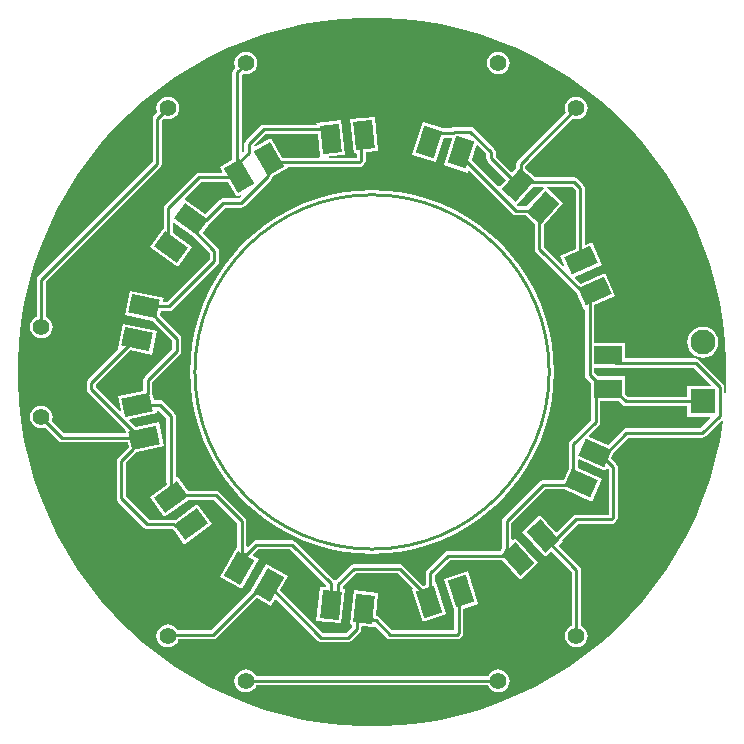
<source format=gtl>
G04*
G04 #@! TF.GenerationSoftware,Altium Limited,Altium Designer,20.0.10 (225)*
G04*
G04 Layer_Physical_Order=1*
G04 Layer_Color=255*
%FSLAX25Y25*%
%MOIN*%
G70*
G01*
G75*
%ADD12C,0.01000*%
G04:AMPARAMS|DCode=13|XSize=62.99mil|YSize=94.49mil|CornerRadius=0mil|HoleSize=0mil|Usage=FLASHONLY|Rotation=114.000|XOffset=0mil|YOffset=0mil|HoleType=Round|Shape=Rectangle|*
%AMROTATEDRECTD13*
4,1,4,0.05597,-0.00956,-0.03035,-0.04799,-0.05597,0.00956,0.03035,0.04799,0.05597,-0.00956,0.0*
%
%ADD13ROTATEDRECTD13*%

%ADD14R,0.09449X0.06299*%
G04:AMPARAMS|DCode=15|XSize=62.99mil|YSize=94.49mil|CornerRadius=0mil|HoleSize=0mil|Usage=FLASHONLY|Rotation=66.000|XOffset=0mil|YOffset=0mil|HoleType=Round|Shape=Rectangle|*
%AMROTATEDRECTD15*
4,1,4,0.03035,-0.04799,-0.05597,-0.00956,-0.03035,0.04799,0.05597,0.00956,0.03035,-0.04799,0.0*
%
%ADD15ROTATEDRECTD15*%

G04:AMPARAMS|DCode=16|XSize=62.99mil|YSize=94.49mil|CornerRadius=0mil|HoleSize=0mil|Usage=FLASHONLY|Rotation=42.000|XOffset=0mil|YOffset=0mil|HoleType=Round|Shape=Rectangle|*
%AMROTATEDRECTD16*
4,1,4,0.00821,-0.05618,-0.05502,0.01403,-0.00821,0.05618,0.05502,-0.01403,0.00821,-0.05618,0.0*
%
%ADD16ROTATEDRECTD16*%

G04:AMPARAMS|DCode=17|XSize=62.99mil|YSize=94.49mil|CornerRadius=0mil|HoleSize=0mil|Usage=FLASHONLY|Rotation=18.000|XOffset=0mil|YOffset=0mil|HoleType=Round|Shape=Rectangle|*
%AMROTATEDRECTD17*
4,1,4,-0.01536,-0.05467,-0.04455,0.03520,0.01536,0.05467,0.04455,-0.03520,-0.01536,-0.05467,0.0*
%
%ADD17ROTATEDRECTD17*%

G04:AMPARAMS|DCode=18|XSize=62.99mil|YSize=94.49mil|CornerRadius=0mil|HoleSize=0mil|Usage=FLASHONLY|Rotation=354.000|XOffset=0mil|YOffset=0mil|HoleType=Round|Shape=Rectangle|*
%AMROTATEDRECTD18*
4,1,4,-0.03626,-0.04369,-0.02639,0.05028,0.03626,0.04369,0.02639,-0.05028,-0.03626,-0.04369,0.0*
%
%ADD18ROTATEDRECTD18*%

G04:AMPARAMS|DCode=19|XSize=62.99mil|YSize=94.49mil|CornerRadius=0mil|HoleSize=0mil|Usage=FLASHONLY|Rotation=330.000|XOffset=0mil|YOffset=0mil|HoleType=Round|Shape=Rectangle|*
%AMROTATEDRECTD19*
4,1,4,-0.05090,-0.02517,-0.00365,0.05666,0.05090,0.02517,0.00365,-0.05666,-0.05090,-0.02517,0.0*
%
%ADD19ROTATEDRECTD19*%

G04:AMPARAMS|DCode=20|XSize=62.99mil|YSize=94.49mil|CornerRadius=0mil|HoleSize=0mil|Usage=FLASHONLY|Rotation=306.000|XOffset=0mil|YOffset=0mil|HoleType=Round|Shape=Rectangle|*
%AMROTATEDRECTD20*
4,1,4,-0.05673,-0.00229,0.01971,0.05325,0.05673,0.00229,-0.01971,-0.05325,-0.05673,-0.00229,0.0*
%
%ADD20ROTATEDRECTD20*%

G04:AMPARAMS|DCode=21|XSize=62.99mil|YSize=94.49mil|CornerRadius=0mil|HoleSize=0mil|Usage=FLASHONLY|Rotation=282.000|XOffset=0mil|YOffset=0mil|HoleType=Round|Shape=Rectangle|*
%AMROTATEDRECTD21*
4,1,4,-0.05276,0.02099,0.03966,0.04063,0.05276,-0.02099,-0.03966,-0.04063,-0.05276,0.02099,0.0*
%
%ADD21ROTATEDRECTD21*%

G04:AMPARAMS|DCode=22|XSize=62.99mil|YSize=94.49mil|CornerRadius=0mil|HoleSize=0mil|Usage=FLASHONLY|Rotation=258.000|XOffset=0mil|YOffset=0mil|HoleType=Round|Shape=Rectangle|*
%AMROTATEDRECTD22*
4,1,4,-0.03966,0.04063,0.05276,0.02099,0.03966,-0.04063,-0.05276,-0.02099,-0.03966,0.04063,0.0*
%
%ADD22ROTATEDRECTD22*%

G04:AMPARAMS|DCode=23|XSize=62.99mil|YSize=94.49mil|CornerRadius=0mil|HoleSize=0mil|Usage=FLASHONLY|Rotation=234.000|XOffset=0mil|YOffset=0mil|HoleType=Round|Shape=Rectangle|*
%AMROTATEDRECTD23*
4,1,4,-0.01971,0.05325,0.05673,-0.00229,0.01971,-0.05325,-0.05673,0.00229,-0.01971,0.05325,0.0*
%
%ADD23ROTATEDRECTD23*%

G04:AMPARAMS|DCode=24|XSize=62.99mil|YSize=94.49mil|CornerRadius=0mil|HoleSize=0mil|Usage=FLASHONLY|Rotation=210.000|XOffset=0mil|YOffset=0mil|HoleType=Round|Shape=Rectangle|*
%AMROTATEDRECTD24*
4,1,4,0.00365,0.05666,0.05090,-0.02517,-0.00365,-0.05666,-0.05090,0.02517,0.00365,0.05666,0.0*
%
%ADD24ROTATEDRECTD24*%

G04:AMPARAMS|DCode=25|XSize=62.99mil|YSize=94.49mil|CornerRadius=0mil|HoleSize=0mil|Usage=FLASHONLY|Rotation=186.000|XOffset=0mil|YOffset=0mil|HoleType=Round|Shape=Rectangle|*
%AMROTATEDRECTD25*
4,1,4,0.02639,0.05028,0.03626,-0.04369,-0.02639,-0.05028,-0.03626,0.04369,0.02639,0.05028,0.0*
%
%ADD25ROTATEDRECTD25*%

G04:AMPARAMS|DCode=26|XSize=62.99mil|YSize=94.49mil|CornerRadius=0mil|HoleSize=0mil|Usage=FLASHONLY|Rotation=162.000|XOffset=0mil|YOffset=0mil|HoleType=Round|Shape=Rectangle|*
%AMROTATEDRECTD26*
4,1,4,0.04455,0.03520,0.01536,-0.05467,-0.04455,-0.03520,-0.01536,0.05467,0.04455,0.03520,0.0*
%
%ADD26ROTATEDRECTD26*%

G04:AMPARAMS|DCode=27|XSize=62.99mil|YSize=94.49mil|CornerRadius=0mil|HoleSize=0mil|Usage=FLASHONLY|Rotation=138.000|XOffset=0mil|YOffset=0mil|HoleType=Round|Shape=Rectangle|*
%AMROTATEDRECTD27*
4,1,4,0.05502,0.01403,-0.00821,-0.05618,-0.05502,-0.01403,0.00821,0.05618,0.05502,0.01403,0.0*
%
%ADD27ROTATEDRECTD27*%

%ADD46R,0.08268X0.08268*%
%ADD47C,0.08268*%
%ADD48C,0.05512*%
G36*
X128041Y235849D02*
X134627Y235107D01*
X141162Y233997D01*
X147623Y232522D01*
X153992Y230687D01*
X160248Y228498D01*
X166371Y225962D01*
X172342Y223086D01*
X178143Y219880D01*
X183755Y216354D01*
X189160Y212519D01*
X194342Y208386D01*
X199284Y203970D01*
X203970Y199284D01*
X208386Y194342D01*
X212519Y189160D01*
X216354Y183755D01*
X219880Y178143D01*
X223086Y172342D01*
X225962Y166371D01*
X228498Y160248D01*
X230687Y153992D01*
X232522Y147623D01*
X233997Y141162D01*
X235107Y134627D01*
X235849Y128041D01*
X236221Y121424D01*
Y118110D01*
Y114796D01*
X236010Y111043D01*
X235510Y111057D01*
Y113023D01*
X235393Y113608D01*
X235062Y114104D01*
X227014Y122152D01*
X226518Y122484D01*
X225932Y122600D01*
X202575D01*
Y127870D01*
X192155D01*
Y140394D01*
X199242Y143549D01*
X195867Y151131D01*
X187725Y147506D01*
X185824Y149406D01*
X185916Y149898D01*
X194678Y153799D01*
X191303Y161381D01*
X189449Y160556D01*
X189029Y160828D01*
Y179500D01*
X188913Y180085D01*
X188581Y180581D01*
X186648Y182515D01*
X186152Y182846D01*
X185567Y182963D01*
X172315D01*
X169212Y185757D01*
Y186908D01*
X184873Y202570D01*
X185238Y202418D01*
X186219Y202289D01*
X187199Y202418D01*
X188113Y202797D01*
X188898Y203399D01*
X189499Y204183D01*
X189878Y205097D01*
X190007Y206078D01*
X189878Y207058D01*
X189499Y207972D01*
X188898Y208756D01*
X188113Y209358D01*
X187199Y209737D01*
X186219Y209866D01*
X185238Y209737D01*
X184325Y209358D01*
X183540Y208756D01*
X182938Y207972D01*
X182560Y207058D01*
X182430Y206078D01*
X182560Y205097D01*
X182711Y204732D01*
X166601Y188622D01*
X166269Y188126D01*
X166153Y187541D01*
Y186053D01*
X164958Y184726D01*
X164458Y184713D01*
X159275Y189896D01*
Y191392D01*
X159159Y191977D01*
X158827Y192473D01*
X151989Y199311D01*
X151493Y199642D01*
X150908Y199759D01*
X145621D01*
X145036Y199642D01*
X144540Y199311D01*
X144508Y199279D01*
X141630D01*
X134929Y201457D01*
X131391Y190568D01*
X139284Y188004D01*
X141954Y196221D01*
X144600D01*
X144894Y195816D01*
X142062Y187101D01*
X149955Y184536D01*
X150133Y185083D01*
X150619Y185199D01*
X165082Y170736D01*
X165578Y170405D01*
X166164Y170289D01*
X169281D01*
X172384Y167494D01*
Y159155D01*
X172500Y158570D01*
X172832Y158073D01*
X186191Y144714D01*
X188783Y138892D01*
X188783D01*
X189097Y138689D01*
Y117150D01*
X189213Y116564D01*
X189544Y116068D01*
X191126Y114487D01*
Y109998D01*
X191097Y109850D01*
Y102099D01*
X184146Y95148D01*
X183815Y94652D01*
X183698Y94067D01*
Y85908D01*
X181973Y82032D01*
X175003D01*
X174417Y81916D01*
X173921Y81584D01*
X161919Y69581D01*
X161587Y69085D01*
X161471Y68500D01*
Y59633D01*
X161419Y59581D01*
X161087Y59085D01*
X160971Y58500D01*
X160485Y58424D01*
X143395D01*
X142809Y58308D01*
X142313Y57976D01*
X136419Y52081D01*
X136087Y51585D01*
X135971Y51000D01*
Y47140D01*
X135255Y46908D01*
X128581Y53581D01*
X128085Y53913D01*
X127500Y54029D01*
X112000D01*
X111415Y53913D01*
X110919Y53581D01*
X106037Y48700D01*
X105394Y48763D01*
X105382Y48781D01*
X92581Y61581D01*
X92085Y61913D01*
X91500Y62029D01*
X79500D01*
X78915Y61913D01*
X78419Y61581D01*
X76660Y59823D01*
X76198Y60014D01*
Y68331D01*
X76082Y68916D01*
X75750Y69412D01*
X67081Y78081D01*
X66585Y78413D01*
X66000Y78529D01*
X56615D01*
X53303Y83088D01*
X53085Y82931D01*
X52640Y83158D01*
Y103390D01*
X52523Y103975D01*
X52192Y104471D01*
X48355Y108308D01*
X47858Y108640D01*
X47273Y108756D01*
X45452D01*
X44920Y111257D01*
Y114757D01*
X54081Y123919D01*
X54413Y124415D01*
X54529Y125000D01*
Y129226D01*
X54413Y129811D01*
X54081Y130307D01*
X47463Y136926D01*
X47784Y138440D01*
X50469D01*
X51054Y138556D01*
X51550Y138887D01*
X66667Y154004D01*
X66999Y154500D01*
X67115Y155086D01*
Y158404D01*
X66999Y158989D01*
X66667Y159486D01*
X61600Y164553D01*
X64031Y167899D01*
X69030Y172897D01*
X74540D01*
X75125Y173014D01*
X75621Y173345D01*
X84522Y182246D01*
X84853Y182742D01*
X84961Y183283D01*
X90055Y186224D01*
Y186224D01*
X90197Y186471D01*
X113914D01*
X114499Y186587D01*
X114996Y186919D01*
X115581Y187504D01*
X115913Y188001D01*
X116029Y188586D01*
Y191309D01*
X120184Y191746D01*
X118988Y203132D01*
X110734Y202265D01*
X111931Y190879D01*
X112599Y190949D01*
X112971Y190614D01*
Y189529D01*
X103876D01*
X103850Y190029D01*
X109025Y190573D01*
X107829Y201959D01*
X99575Y201092D01*
X99595Y200901D01*
X99260Y200529D01*
X82000D01*
X81415Y200413D01*
X80919Y200081D01*
X75928Y195090D01*
X75596Y194594D01*
X75480Y194009D01*
Y191851D01*
X75086Y191457D01*
X74624Y191648D01*
Y217034D01*
X74819Y217232D01*
X75085Y217407D01*
X75982Y217289D01*
X76963Y217418D01*
X77877Y217797D01*
X78661Y218399D01*
X79263Y219183D01*
X79642Y220097D01*
X79771Y221078D01*
X79642Y222058D01*
X79263Y222972D01*
X78661Y223756D01*
X77877Y224358D01*
X76963Y224737D01*
X75982Y224866D01*
X75002Y224737D01*
X74088Y224358D01*
X73304Y223756D01*
X72702Y222972D01*
X72323Y222058D01*
X72194Y221078D01*
X72323Y220097D01*
X72545Y219561D01*
X72013Y219029D01*
X71681Y218532D01*
X71565Y217947D01*
Y188768D01*
X67426Y186379D01*
X68212Y185017D01*
X67962Y184584D01*
X60554D01*
X59969Y184467D01*
X59473Y184136D01*
X49103Y173766D01*
X48772Y173270D01*
X48656Y172685D01*
Y166214D01*
X44040Y159861D01*
X53303Y153132D01*
X58181Y159846D01*
X51714Y164544D01*
Y167604D01*
X52160Y167832D01*
X58873Y162954D01*
X64056Y157771D01*
Y155719D01*
X49835Y141498D01*
X48832D01*
X48517Y141887D01*
X48719Y142838D01*
X37521Y145218D01*
X35795Y137100D01*
X44912Y135162D01*
X44935Y135128D01*
X51471Y128593D01*
Y125634D01*
X42309Y116472D01*
X41978Y115976D01*
X41861Y115391D01*
Y111881D01*
X33462Y110096D01*
X34465Y105376D01*
X34026Y105137D01*
X26029Y113134D01*
Y113866D01*
X37442Y125279D01*
X44661Y123744D01*
X46386Y131862D01*
X35188Y134243D01*
X33462Y126125D01*
X33462D01*
X33576Y125739D01*
X23419Y115581D01*
X23087Y115085D01*
X22971Y114500D01*
Y112501D01*
X23087Y111915D01*
X23419Y111419D01*
X35816Y99022D01*
X35997Y98170D01*
X35682Y97781D01*
X15366D01*
X11382Y101765D01*
X11533Y102130D01*
X11662Y103110D01*
X11533Y104091D01*
X11155Y105004D01*
X10553Y105789D01*
X9768Y106391D01*
X8855Y106770D01*
X7874Y106899D01*
X6893Y106770D01*
X5980Y106391D01*
X5195Y105789D01*
X4593Y105004D01*
X4215Y104091D01*
X4086Y103110D01*
X4215Y102130D01*
X4593Y101216D01*
X5195Y100432D01*
X5980Y99830D01*
X6893Y99451D01*
X7874Y99322D01*
X8855Y99451D01*
X9219Y99602D01*
X13651Y95170D01*
X14147Y94839D01*
X14733Y94722D01*
X36730D01*
X37052Y93209D01*
X33419Y89576D01*
X33087Y89080D01*
X32971Y88494D01*
Y76000D01*
X33087Y75415D01*
X33419Y74919D01*
X42129Y66208D01*
X42626Y65876D01*
X43211Y65760D01*
X51469D01*
X51947Y65440D01*
X51978Y65434D01*
X55514Y60567D01*
X64776Y67297D01*
X59898Y74011D01*
X52610Y68716D01*
X52096Y68818D01*
X43844D01*
X36029Y76634D01*
Y87861D01*
X39579Y91411D01*
X39602Y91445D01*
X48719Y93383D01*
X46994Y101501D01*
X39298Y99865D01*
X37206Y101957D01*
X37348Y102437D01*
X46386Y104358D01*
X46269Y104910D01*
X46666Y105423D01*
X46903Y105434D01*
X49581Y102756D01*
Y81279D01*
X49669Y80839D01*
Y80448D01*
X44040Y76359D01*
X48918Y69645D01*
X56937Y75471D01*
X65367D01*
X73140Y67698D01*
Y59738D01*
X67426Y49842D01*
X74613Y45692D01*
X80337Y55607D01*
X78431Y56708D01*
X78366Y57203D01*
X80133Y58971D01*
X90867D01*
X102696Y47142D01*
X102688Y46713D01*
X102286Y46356D01*
X100772Y46515D01*
X99575Y35129D01*
X107829Y34261D01*
X109025Y45647D01*
X108297Y45724D01*
Y46634D01*
X112634Y50971D01*
X126866D01*
X131652Y46185D01*
X131535Y45699D01*
X131391Y45652D01*
X134929Y34764D01*
X142822Y37328D01*
X139284Y48217D01*
X139284D01*
X139029Y48402D01*
Y50366D01*
X144028Y55365D01*
X161473D01*
X167375Y48810D01*
X173543Y54364D01*
X165882Y62872D01*
X164986Y62065D01*
X164529Y62269D01*
Y67866D01*
X175636Y78973D01*
X182018D01*
X191303Y74839D01*
X194678Y82421D01*
X186757Y85948D01*
Y88687D01*
X187177Y88959D01*
X195867Y85090D01*
X196159Y85747D01*
X196700Y85861D01*
X196971Y85624D01*
Y70529D01*
X186117D01*
X185532Y70413D01*
X185035Y70081D01*
X179743Y64789D01*
X179243Y64802D01*
X174220Y70380D01*
X168053Y64826D01*
X175714Y56318D01*
X177882Y58271D01*
X184689Y51464D01*
Y33575D01*
X184325Y33424D01*
X183540Y32822D01*
X182938Y32037D01*
X182560Y31123D01*
X182430Y30143D01*
X182560Y29162D01*
X182938Y28249D01*
X183540Y27464D01*
X184325Y26862D01*
X185238Y26484D01*
X186219Y26355D01*
X187199Y26484D01*
X188113Y26862D01*
X188898Y27464D01*
X189499Y28249D01*
X189878Y29162D01*
X190007Y30143D01*
X189878Y31123D01*
X189499Y32037D01*
X188898Y32822D01*
X188113Y33424D01*
X187748Y33575D01*
Y52097D01*
X187632Y52682D01*
X187300Y53179D01*
X180415Y60063D01*
X180428Y60563D01*
X181881Y61871D01*
X181535Y62256D01*
X186750Y67471D01*
X197914D01*
X198500Y67587D01*
X198996Y67919D01*
X199581Y68504D01*
X199913Y69001D01*
X200029Y69586D01*
Y86414D01*
X199913Y86999D01*
X199581Y87496D01*
X197752Y89325D01*
X198727Y91514D01*
X203419Y96206D01*
X228203D01*
X228788Y96322D01*
X229284Y96654D01*
X234652Y102021D01*
X235129Y101791D01*
X235107Y101593D01*
X233997Y95059D01*
X232522Y88598D01*
X230687Y82229D01*
X228498Y75973D01*
X225962Y69850D01*
X223086Y63878D01*
X219880Y58078D01*
X216354Y52466D01*
X212519Y47061D01*
X208386Y41879D01*
X203970Y36937D01*
X199284Y32250D01*
X194342Y27834D01*
X189160Y23702D01*
X183755Y19866D01*
X178143Y16340D01*
X172342Y13134D01*
X166371Y10259D01*
X160248Y7722D01*
X153992Y5533D01*
X147623Y3699D01*
X141162Y2224D01*
X134627Y1114D01*
X128041Y372D01*
X121424Y0D01*
X114796D01*
X108179Y372D01*
X101593Y1114D01*
X95059Y2224D01*
X88598Y3699D01*
X82229Y5533D01*
X75973Y7722D01*
X69850Y10259D01*
X63878Y13134D01*
X58078Y16340D01*
X52466Y19866D01*
X47061Y23702D01*
X41879Y27834D01*
X36937Y32250D01*
X32250Y36937D01*
X27834Y41879D01*
X23702Y47061D01*
X19866Y52466D01*
X16340Y58078D01*
X13134Y63878D01*
X10259Y69850D01*
X7722Y75973D01*
X5533Y82229D01*
X3699Y88598D01*
X2224Y95059D01*
X1114Y101593D01*
X372Y108179D01*
X0Y114796D01*
Y118110D01*
Y121424D01*
X372Y128041D01*
X1114Y134627D01*
X2224Y141162D01*
X3699Y147623D01*
X5533Y153992D01*
X7722Y160248D01*
X10259Y166371D01*
X13134Y172342D01*
X16340Y178143D01*
X19866Y183755D01*
X23702Y189160D01*
X27834Y194342D01*
X32250Y199284D01*
X36937Y203970D01*
X41879Y208386D01*
X47061Y212519D01*
X52466Y216354D01*
X58078Y219880D01*
X63878Y223086D01*
X69850Y225962D01*
X75973Y228498D01*
X82229Y230687D01*
X88598Y232522D01*
X95059Y233997D01*
X101593Y235107D01*
X108179Y235849D01*
X114796Y236221D01*
X121424D01*
X128041Y235849D01*
D02*
G37*
G36*
X100738Y190029D02*
X100342Y189529D01*
X88146D01*
X84330Y196139D01*
X79409Y193297D01*
X78870Y193563D01*
X78853Y193690D01*
X82634Y197471D01*
X99955D01*
X100738Y190029D01*
D02*
G37*
G36*
X156216Y190758D02*
Y189262D01*
X156333Y188677D01*
X156664Y188181D01*
X162665Y182180D01*
X160681Y179976D01*
X160181Y179963D01*
X151342Y188803D01*
X152869Y193503D01*
X153355Y193620D01*
X156216Y190758D01*
D02*
G37*
G36*
X175265Y179404D02*
X169811Y173347D01*
X166797D01*
X166315Y173830D01*
X171784Y179904D01*
X175042D01*
X175265Y179404D01*
D02*
G37*
G36*
X73150Y176464D02*
X74482Y177233D01*
X74787Y176836D01*
X73906Y175956D01*
X68396D01*
X67811Y175840D01*
X67315Y175508D01*
X62433Y170626D01*
X55809Y175439D01*
X55737Y176075D01*
X61188Y181525D01*
X70228D01*
X73150Y176464D01*
D02*
G37*
G36*
X185971Y178867D02*
Y159007D01*
X180844Y156725D01*
X182162Y153764D01*
X181750Y153481D01*
X175443Y159788D01*
Y167198D01*
X181881Y174349D01*
X176267Y179404D01*
X176459Y179904D01*
X184933D01*
X185971Y178867D01*
D02*
G37*
G36*
X199500Y119542D02*
X225299D01*
X230977Y113864D01*
X230785Y113402D01*
X223213D01*
Y109797D01*
X203291D01*
X202575Y110513D01*
Y116650D01*
X193289D01*
X192155Y117783D01*
Y119571D01*
X199352D01*
X199500Y119542D01*
D02*
G37*
G36*
X201576Y107186D02*
X202072Y106855D01*
X202658Y106738D01*
X223213D01*
Y103134D01*
X230785D01*
X230977Y102672D01*
X227569Y99264D01*
X202785D01*
X202200Y99148D01*
X201704Y98817D01*
X196693Y93806D01*
X190479Y96573D01*
X190388Y97065D01*
X193707Y100384D01*
X194039Y100880D01*
X194155Y101465D01*
Y108350D01*
X200412D01*
X201576Y107186D01*
D02*
G37*
%LPC*%
G36*
X160238Y224866D02*
X159257Y224737D01*
X158344Y224358D01*
X157559Y223756D01*
X156957Y222972D01*
X156579Y222058D01*
X156450Y221078D01*
X156579Y220097D01*
X156957Y219183D01*
X157559Y218399D01*
X158344Y217797D01*
X159257Y217418D01*
X160238Y217289D01*
X161219Y217418D01*
X162132Y217797D01*
X162917Y218399D01*
X163519Y219183D01*
X163897Y220097D01*
X164026Y221078D01*
X163897Y222058D01*
X163519Y222972D01*
X162917Y223756D01*
X162132Y224358D01*
X161219Y224737D01*
X160238Y224866D01*
D02*
G37*
G36*
X50002Y209866D02*
X49021Y209737D01*
X48108Y209358D01*
X47323Y208756D01*
X46721Y207972D01*
X46343Y207058D01*
X46213Y206078D01*
X46343Y205097D01*
X46494Y204732D01*
X45419Y203657D01*
X45087Y203161D01*
X44971Y202576D01*
Y188134D01*
X6793Y149955D01*
X6461Y149459D01*
X6345Y148874D01*
Y136542D01*
X5980Y136391D01*
X5195Y135789D01*
X4593Y135004D01*
X4215Y134091D01*
X4086Y133110D01*
X4215Y132130D01*
X4593Y131216D01*
X5195Y130431D01*
X5980Y129830D01*
X6893Y129451D01*
X7874Y129322D01*
X8855Y129451D01*
X9768Y129830D01*
X10553Y130431D01*
X11155Y131216D01*
X11533Y132130D01*
X11662Y133110D01*
X11533Y134091D01*
X11155Y135004D01*
X10553Y135789D01*
X9768Y136391D01*
X9403Y136542D01*
Y148240D01*
X47581Y186419D01*
X47913Y186915D01*
X48029Y187500D01*
Y201942D01*
X48656Y202570D01*
X49021Y202418D01*
X50002Y202289D01*
X50982Y202418D01*
X51896Y202797D01*
X52680Y203399D01*
X53282Y204183D01*
X53661Y205097D01*
X53790Y206078D01*
X53661Y207058D01*
X53282Y207972D01*
X52680Y208756D01*
X51896Y209358D01*
X50982Y209737D01*
X50002Y209866D01*
D02*
G37*
G36*
X228346Y133131D02*
X227006Y132955D01*
X225757Y132437D01*
X224685Y131614D01*
X223862Y130542D01*
X223345Y129293D01*
X223168Y127953D01*
X223345Y126613D01*
X223862Y125364D01*
X224685Y124291D01*
X225757Y123468D01*
X227006Y122951D01*
X228346Y122775D01*
X229687Y122951D01*
X230936Y123468D01*
X232008Y124291D01*
X232831Y125364D01*
X233348Y126613D01*
X233525Y127953D01*
X233348Y129293D01*
X232831Y130542D01*
X232008Y131614D01*
X230936Y132437D01*
X229687Y132955D01*
X228346Y133131D01*
D02*
G37*
G36*
X118110Y178712D02*
X113356Y178525D01*
X108630Y177966D01*
X103963Y177038D01*
X99383Y175746D01*
X94919Y174099D01*
X90598Y172107D01*
X86446Y169782D01*
X82489Y167138D01*
X78752Y164192D01*
X75258Y160962D01*
X72028Y157468D01*
X69082Y153731D01*
X66439Y149775D01*
X64114Y145623D01*
X62121Y141302D01*
X60474Y136837D01*
X59183Y132257D01*
X58254Y127591D01*
X57695Y122865D01*
X57508Y118110D01*
X57695Y113356D01*
X58254Y108630D01*
X59183Y103963D01*
X60474Y99383D01*
X62121Y94919D01*
X64114Y90598D01*
X66439Y86446D01*
X69082Y82489D01*
X72028Y78752D01*
X75258Y75258D01*
X78752Y72028D01*
X82489Y69082D01*
X86446Y66439D01*
X90598Y64114D01*
X94919Y62121D01*
X99383Y60474D01*
X103963Y59183D01*
X108630Y58254D01*
X113356Y57695D01*
X118110Y57508D01*
X122865Y57695D01*
X127591Y58254D01*
X132257Y59183D01*
X136837Y60474D01*
X141302Y62121D01*
X145623Y64114D01*
X149775Y66439D01*
X153731Y69082D01*
X157468Y72028D01*
X160962Y75258D01*
X164192Y78752D01*
X167138Y82489D01*
X169782Y86446D01*
X172107Y90598D01*
X174099Y94919D01*
X175746Y99383D01*
X177038Y103963D01*
X177966Y108630D01*
X178525Y113356D01*
X178712Y118110D01*
X178525Y122865D01*
X177966Y127591D01*
X177038Y132257D01*
X175746Y136837D01*
X174099Y141302D01*
X172107Y145623D01*
X169782Y149775D01*
X167138Y153731D01*
X164192Y157468D01*
X160962Y160962D01*
X157468Y164192D01*
X153731Y167138D01*
X149775Y169782D01*
X145623Y172107D01*
X141302Y174099D01*
X136837Y175746D01*
X132257Y177038D01*
X127591Y177966D01*
X122865Y178525D01*
X118110Y178712D01*
D02*
G37*
G36*
X82867Y54146D02*
X77766Y45310D01*
X64485Y32029D01*
X53286D01*
X53282Y32037D01*
X52680Y32822D01*
X51896Y33424D01*
X50982Y33802D01*
X50002Y33931D01*
X49021Y33802D01*
X48108Y33424D01*
X47323Y32822D01*
X46721Y32037D01*
X46343Y31123D01*
X46213Y30143D01*
X46343Y29162D01*
X46721Y28249D01*
X47323Y27464D01*
X48108Y26862D01*
X49021Y26484D01*
X50002Y26355D01*
X50982Y26484D01*
X51896Y26862D01*
X52680Y27464D01*
X53282Y28249D01*
X53582Y28971D01*
X65118D01*
X65704Y29087D01*
X66200Y29419D01*
X79596Y42815D01*
X84330Y40082D01*
X85640Y42350D01*
X86135Y42415D01*
X100131Y28418D01*
X100628Y28087D01*
X101213Y27971D01*
X110000D01*
X110585Y28087D01*
X111081Y28419D01*
X114073Y31410D01*
X114404Y31906D01*
X114521Y32491D01*
Y33184D01*
X114892Y33519D01*
X118988Y33088D01*
Y33088D01*
X119309Y33202D01*
X123093Y29419D01*
X123589Y29087D01*
X124174Y28971D01*
X146414D01*
X147000Y29087D01*
X147496Y29419D01*
X148081Y30004D01*
X148413Y30501D01*
X148529Y31086D01*
Y39183D01*
X153493Y40796D01*
X149955Y51684D01*
X142062Y49119D01*
X145471Y38630D01*
Y32029D01*
X124808D01*
X120374Y36463D01*
X119877Y36795D01*
X119387Y36892D01*
X120184Y44474D01*
X111931Y45342D01*
X110734Y33956D01*
X111462Y33879D01*
Y33125D01*
X109367Y31029D01*
X101846D01*
X87428Y45448D01*
X90055Y49997D01*
X82867Y54146D01*
D02*
G37*
G36*
X160238Y18931D02*
X159257Y18802D01*
X158344Y18424D01*
X157559Y17822D01*
X156957Y17037D01*
X156806Y16672D01*
X79414D01*
X79263Y17037D01*
X78661Y17822D01*
X77877Y18424D01*
X76963Y18802D01*
X75982Y18931D01*
X75002Y18802D01*
X74088Y18424D01*
X73304Y17822D01*
X72702Y17037D01*
X72323Y16123D01*
X72194Y15143D01*
X72323Y14162D01*
X72702Y13249D01*
X73304Y12464D01*
X74088Y11862D01*
X75002Y11484D01*
X75982Y11355D01*
X76963Y11484D01*
X77877Y11862D01*
X78661Y12464D01*
X79263Y13249D01*
X79414Y13613D01*
X156806D01*
X156957Y13249D01*
X157559Y12464D01*
X158344Y11862D01*
X159257Y11484D01*
X160238Y11355D01*
X161219Y11484D01*
X162132Y11862D01*
X162917Y12464D01*
X163519Y13249D01*
X163897Y14162D01*
X164026Y15143D01*
X163897Y16123D01*
X163519Y17037D01*
X162917Y17822D01*
X162132Y18424D01*
X161219Y18802D01*
X160238Y18931D01*
D02*
G37*
%LPD*%
D12*
X177165Y118110D02*
G03*
X177165Y118110I-59055J0D01*
G01*
X193705Y91209D02*
X196259D01*
X192325D02*
X193705D01*
X228203Y97735D02*
X233980Y103513D01*
X225932Y121071D02*
X233980Y113023D01*
X202785Y97735D02*
X228203D01*
X196259Y91209D02*
X202785Y97735D01*
X196850Y123721D02*
X199500Y121071D01*
X233980Y103513D02*
Y113023D01*
X199500Y121071D02*
X225932D01*
X185228Y94067D02*
X192626Y101465D01*
Y109850D01*
X195276Y112500D01*
X185228Y83492D02*
Y94067D01*
X202658Y108268D02*
X228346D01*
X198425Y112500D02*
X202658Y108268D01*
X195276Y112500D02*
X196850D01*
X198425D01*
X104300Y195833D02*
Y195874D01*
X101174Y199000D02*
X104300Y195874D01*
X82000Y199000D02*
X101174D01*
X73882Y183496D02*
Y188090D01*
X77009Y191217D01*
Y194009D01*
X82000Y199000D01*
X73094Y184283D02*
X73882Y183496D01*
X73094Y184283D02*
Y217947D01*
X75982Y220836D01*
Y221078D01*
X57706Y168931D02*
X57935Y168702D01*
X62672D01*
X68396Y174427D01*
X74540D01*
X83440Y183327D01*
Y188948D01*
X83599Y189106D01*
X60554Y183054D02*
X73440D01*
X73882Y183496D01*
X50185Y172685D02*
X60554Y183054D01*
X50185Y160779D02*
X51111Y159854D01*
X50185Y160779D02*
Y172685D01*
X14733Y96252D02*
X40749D01*
X42061D01*
X38994Y128994D02*
X39924D01*
X24500Y114500D02*
X38994Y128994D01*
X24500Y112501D02*
X40749Y96252D01*
X24500Y112501D02*
Y114500D01*
X42061Y96252D02*
X42257D01*
X38498Y92689D02*
X42061Y96252D01*
X38498Y92492D02*
Y92689D01*
X34500Y88494D02*
X38498Y92492D01*
X34500Y76000D02*
Y88494D01*
X57270Y66853D02*
X57706Y67289D01*
X52532Y66853D02*
X57270D01*
X52096Y67289D02*
X52532Y66853D01*
X43211Y67289D02*
X52096D01*
X34500Y76000D02*
X43211Y67289D01*
X198500Y69586D02*
Y86414D01*
X193705Y91209D02*
X198500Y86414D01*
X186117Y69000D02*
X197914D01*
X198500Y69586D01*
X174967Y63349D02*
X175671Y62645D01*
X179762D01*
X186117Y69000D01*
X186219Y30143D02*
Y52097D01*
X174967Y63349D02*
X186219Y52097D01*
X174967Y63349D02*
Y63349D01*
X190626Y143313D02*
X192325Y145011D01*
X190626Y117150D02*
Y143313D01*
Y117150D02*
X195276Y112500D01*
X167682Y181433D02*
X167682Y181433D01*
X187500Y155523D02*
X187761Y155262D01*
X187500Y155523D02*
Y179500D01*
X166629Y180380D02*
X167682Y181433D01*
X185567D01*
X187500Y179500D01*
X167682Y181433D02*
Y187541D01*
X186219Y206078D01*
X137107Y194730D02*
X140127Y197750D01*
X145142D01*
X145621Y198229D01*
X150908D01*
X157746Y191392D01*
Y189262D02*
Y191392D01*
Y189262D02*
X166629Y180380D01*
Y180380D02*
Y180380D01*
X173913Y171818D02*
X173913Y171818D01*
X174967Y172872D01*
X166164Y171818D02*
X173913D01*
X147778Y190203D02*
X166164Y171818D01*
X147778Y190203D02*
Y191263D01*
X188056Y145011D02*
X192325D01*
X173913Y159155D02*
X188056Y145011D01*
X173913Y159155D02*
Y171818D01*
X185228Y83492D02*
X187761Y80958D01*
X84705Y188000D02*
X113914D01*
X114500Y196046D02*
X115459Y197005D01*
X114500Y188586D02*
Y196046D01*
X113914Y188000D02*
X114500Y188586D01*
X83599Y189106D02*
X84705Y188000D01*
X42453Y139969D02*
X50469D01*
X65586Y155086D01*
X57706Y166284D02*
Y168931D01*
Y166284D02*
X65586Y158404D01*
Y155086D02*
Y158404D01*
X42257Y139969D02*
X42453D01*
X46016Y136406D01*
Y136210D02*
Y136406D01*
Y136210D02*
X53000Y129226D01*
Y125000D02*
Y129226D01*
X39924Y107227D02*
X43391Y110693D01*
Y115391D01*
X53000Y125000D01*
X46500Y202576D02*
X50002Y206078D01*
X46500Y187500D02*
Y202576D01*
X7874Y133110D02*
Y148874D01*
X46500Y187500D01*
X7874Y103110D02*
X14733Y96252D01*
X51198Y76454D02*
X51744Y77000D01*
X47273Y107227D02*
X51111Y103390D01*
X39924Y107227D02*
X47273D01*
X51111Y76367D02*
X51198Y76454D01*
Y81192D01*
X51111Y81279D02*
X51198Y81192D01*
X51111Y81279D02*
Y103390D01*
X51744Y77000D02*
X66000D01*
X74669Y68331D01*
X137107Y41490D02*
Y42893D01*
X137500Y41884D02*
Y51000D01*
X74669Y53512D02*
Y68331D01*
Y53512D02*
X75500Y54343D01*
X49500Y30500D02*
X65118D01*
X81733Y47114D02*
X83599D01*
X65118Y30500D02*
X81733Y47114D01*
X124174Y30500D02*
X146414D01*
X147000Y44180D02*
X147778Y44958D01*
X147000Y31086D02*
Y44180D01*
X146414Y30500D02*
X147000Y31086D01*
X115459Y38508D02*
Y39215D01*
Y38508D02*
X118585Y35382D01*
X119292D01*
X124174Y30500D01*
X112991Y36747D02*
X115459Y39215D01*
X112991Y32491D02*
Y36747D01*
X110000Y29500D02*
X112991Y32491D01*
X101213Y29500D02*
X110000D01*
X83599Y47114D02*
X83599D01*
X101213Y29500D01*
X75500Y54343D02*
Y57500D01*
X75747Y57253D01*
X76253D01*
X79500Y60500D01*
X91500D01*
X104300Y47700D01*
Y40388D02*
Y47700D01*
Y40388D02*
X106768Y42856D01*
Y47268D01*
X112000Y52500D02*
X127500D01*
X106768Y47268D02*
X112000Y52500D01*
X127500D02*
X137107Y42893D01*
X75982Y15143D02*
X159857D01*
X160000Y15000D01*
X137107Y41490D02*
X137500Y41884D01*
X143395Y56895D02*
X165575D01*
X137500Y51000D02*
X143395Y56895D01*
X165575D02*
X166629Y55841D01*
X162500Y58500D02*
X163000Y59000D01*
Y68500D01*
X175003Y80503D01*
X187305D02*
X187761Y80958D01*
X175003Y80503D02*
X187305D01*
D13*
X192325Y145011D02*
D03*
X187761Y155262D02*
D03*
D14*
X196850Y112500D02*
D03*
Y123721D02*
D03*
D15*
X187761Y80958D02*
D03*
X192325Y91209D02*
D03*
D16*
X166629Y55841D02*
D03*
X174967Y63349D02*
D03*
D17*
X137107Y41490D02*
D03*
X147778Y44958D02*
D03*
D18*
X104300Y40388D02*
D03*
X115459Y39215D02*
D03*
D19*
X73882Y52724D02*
D03*
X83599Y47114D02*
D03*
D20*
X51111Y76367D02*
D03*
X57706Y67289D02*
D03*
D21*
X39924Y107227D02*
D03*
X42257Y96252D02*
D03*
D22*
Y139969D02*
D03*
X39924Y128994D02*
D03*
D23*
X57706Y168931D02*
D03*
X51111Y159854D02*
D03*
D24*
X83599Y189106D02*
D03*
X73882Y183496D02*
D03*
D25*
X115459Y197005D02*
D03*
X104300Y195833D02*
D03*
D26*
X147778Y191263D02*
D03*
X137107Y194730D02*
D03*
D27*
X174967Y172872D02*
D03*
X166629Y180380D02*
D03*
D46*
X228346Y108268D02*
D03*
D47*
Y127953D02*
D03*
D48*
X160238Y221078D02*
D03*
X186219Y206078D02*
D03*
X160238Y15143D02*
D03*
X186219Y30143D02*
D03*
X75982Y15143D02*
D03*
X50002Y30143D02*
D03*
X7874Y133110D02*
D03*
Y103110D02*
D03*
X50002Y206078D02*
D03*
X75982Y221078D02*
D03*
M02*

</source>
